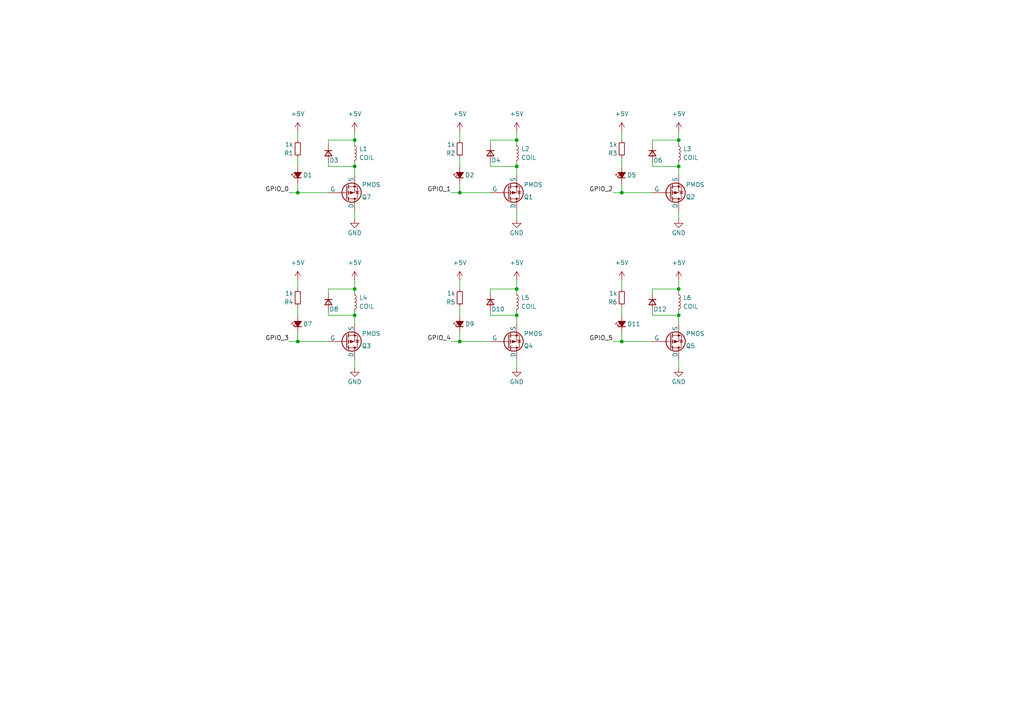
<source format=kicad_sch>
(kicad_sch (version 20231120) (generator "eeschema") (generator_version "8.0")
  (paper "A4")
  (lib_symbols
    (symbol "Device:D_Small" (pin_numbers hide) (pin_names (offset 0.254) hide)
      (property "Reference" "D" (at -1.27 2.032 0))
      (property "Value" "D_Small" (at -3.81 -2.032 0))
      (symbol "D_Small_0_1"
        (polyline (pts (xy -0.762 -1.016) (xy -0.762 1.016)) (stroke (width 0.254)))
        (polyline (pts (xy -0.762 0) (xy 0.762 0)))
        (polyline (pts (xy 0.762 -1.016) (xy -0.762 0) (xy 0.762 1.016) (xy 0.762 -1.016)) (stroke (width 0.254)))
      )
      (symbol "D_Small_1_1"
        (pin passive line (at -2.54 0 0) (length 1.778) (name "K") (number "1"))
        (pin passive line (at 2.54 0 180) (length 1.778) (name "A") (number "2"))
      )
    )
    (symbol "Device:LED_Small_Filled" (pin_numbers hide) (pin_names (offset 0.254) hide)
      (property "Reference" "D" (at -1.27 3.175 0))
      (property "Value" "LED_Small_Filled" (at -4.445 -2.54 0))
      (symbol "LED_Small_Filled_0_1"
        (polyline (pts (xy -0.762 -1.016) (xy -0.762 1.016)) (stroke (width 0.254)))
        (polyline (pts (xy 1.016 0) (xy -0.762 0)))
        (polyline (pts (xy 0.762 -1.016) (xy -0.762 0) (xy 0.762 1.016) (xy 0.762 -1.016)) (stroke (width 0.254)) (fill (type outline)))
        (polyline (pts (xy 0 0.762) (xy -0.508 1.27) (xy -0.254 1.27) (xy -0.508 1.27) (xy -0.508 1.016)))
        (polyline (pts (xy 0.508 1.27) (xy 0 1.778) (xy 0.254 1.778) (xy 0 1.778) (xy 0 1.524)))
      )
      (symbol "LED_Small_Filled_1_1"
        (pin passive line (at -2.54 0 0) (length 1.778) (name "K") (number "1"))
        (pin passive line (at 2.54 0 180) (length 1.778) (name "A") (number "2"))
      )
    )
    (symbol "Device:L_Small" (pin_numbers hide) (pin_names (offset 0.254) hide)
      (property "Reference" "L" (at 0.762 1.016 0))
      (property "Value" "L_Small" (at 0.762 -1.016 0))
      (symbol "L_Small_0_1"
        (arc (start 0 -2.032) (mid 0.5058 -1.524) (end 0 -1.016))
        (arc (start 0 -1.016) (mid 0.5058 -0.508) (end 0 0))
        (arc (start 0 0) (mid 0.5058 0.508) (end 0 1.016))
        (arc (start 0 1.016) (mid 0.5058 1.524) (end 0 2.032))
      )
      (symbol "L_Small_1_1"
        (pin passive line (at 0 2.54 270) (length 0.508) (name "~") (number "1"))
        (pin passive line (at 0 -2.54 90) (length 0.508) (name "~") (number "2"))
      )
    )
    (symbol "Device:R_Small" (pin_numbers hide) (pin_names (offset 0.254) hide)
      (property "Reference" "R" (at 0.762 0.508 0))
      (property "Value" "R_Small" (at 0.762 -1.016 0))
      (symbol "R_Small_0_1"
        (rectangle (start -0.762 1.778) (end 0.762 -1.778) (stroke (width 0.2032)))
      )
      (symbol "R_Small_1_1"
        (pin passive line (at 0 2.54 270) (length 0.762) (name "~") (number "1"))
        (pin passive line (at 0 -2.54 90) (length 0.762) (name "~") (number "2"))
      )
    )
    (symbol "Simulation_SPICE:PMOS" (pin_numbers hide) (pin_names (offset 0))
      (property "Reference" "Q" (at 5.08 1.27 0))
      (property "Value" "PMOS" (at 5.08 -1.27 0))
      (symbol "PMOS_0_1"
        (polyline (pts (xy 0.254 0) (xy -2.54 0)))
        (polyline (pts (xy 0.254 1.905) (xy 0.254 -1.905)) (stroke (width 0.254)))
        (polyline (pts (xy 0.762 -1.27) (xy 0.762 -2.286)) (stroke (width 0.254)))
        (polyline (pts (xy 0.762 0.508) (xy 0.762 -0.508)) (stroke (width 0.254)))
        (polyline (pts (xy 0.762 2.286) (xy 0.762 1.27)) (stroke (width 0.254)))
        (polyline (pts (xy 2.54 2.54) (xy 2.54 1.778)))
        (polyline (pts (xy 2.54 -2.54) (xy 2.54 0) (xy 0.762 0)))
        (polyline (pts (xy 0.762 1.778) (xy 3.302 1.778) (xy 3.302 -1.778) (xy 0.762 -1.778)))
        (polyline (pts (xy 2.286 0) (xy 1.27 0.381) (xy 1.27 -0.381) (xy 2.286 0)) (fill (type outline)))
        (polyline (pts (xy 2.794 -0.508) (xy 2.921 -0.381) (xy 3.683 -0.381) (xy 3.81 -0.254)))
        (polyline (pts (xy 3.302 -0.381) (xy 2.921 0.254) (xy 3.683 0.254) (xy 3.302 -0.381)))
        (circle (center 1.651 0) (radius 2.794) (stroke (width 0.254)))
        (circle (center 2.54 -1.778) (radius 0.254) (fill (type outline)))
        (circle (center 2.54 1.778) (radius 0.254) (fill (type outline)))
      )
      (symbol "PMOS_1_1"
        (pin passive line (at 2.54 5.08 270) (length 2.54) (name "D") (number "1"))
        (pin input line (at -5.08 0 0) (length 2.54) (name "G") (number "2"))
        (pin passive line (at 2.54 -5.08 90) (length 2.54) (name "S") (number "3"))
      )
    )
    (symbol "power:+5V" (power) (pin_numbers hide) (pin_names (offset 0) hide)
      (property "Value" "+5V" (at 0 3.556 0))
      (symbol "+5V_0_1"
        (polyline (pts (xy -0.762 1.27) (xy 0 2.54)))
        (polyline (pts (xy 0 0) (xy 0 2.54)))
        (polyline (pts (xy 0 2.54) (xy 0.762 1.27)))
      )
      (symbol "+5V_1_1"
        (pin power_in line (at 0 0 90) (length 0) (name "~") (number "1"))
      )
    )
    (symbol "power:GND" (power) (pin_numbers hide) (pin_names (offset 0) hide)
      (property "Value" "GND" (at 0 -3.81 0))
      (symbol "GND_0_1"
        (polyline (pts (xy 0 0) (xy 0 -1.27) (xy 1.27 -1.27) (xy 0 -2.54) (xy -1.27 -1.27) (xy 0 -1.27)))
      )
      (symbol "GND_1_1"
        (pin power_in line (at 0 0 270) (length 0) (name "~") (number "1"))
      )
    )
  )
  (junction (at 180.34 55.88))
  (junction (at 149.86 48.26))
  (junction (at 102.87 83.82))
  (junction (at 149.86 91.44))
  (junction (at 86.36 99.06))
  (junction (at 133.35 99.06))
  (junction (at 196.85 91.44))
  (junction (at 133.35 55.88))
  (junction (at 102.87 91.44))
  (junction (at 180.34 99.06))
  (junction (at 102.87 40.64))
  (junction (at 196.85 83.82))
  (junction (at 86.36 55.88))
  (junction (at 102.87 48.26))
  (junction (at 149.86 83.82))
  (junction (at 196.85 48.26))
  (junction (at 196.85 40.64))
  (junction (at 149.86 40.64))
  (wire (pts (xy 95.25 91.44) (xy 102.87 91.44)))
  (wire (pts (xy 189.23 83.82) (xy 196.85 83.82)))
  (wire (pts (xy 142.24 90.17) (xy 142.24 91.44)))
  (wire (pts (xy 130.81 99.06) (xy 133.35 99.06)))
  (wire (pts (xy 149.86 60.96) (xy 149.86 63.5)))
  (wire (pts (xy 102.87 60.96) (xy 102.87 63.5)))
  (wire (pts (xy 95.25 48.26) (xy 102.87 48.26)))
  (wire (pts (xy 189.23 91.44) (xy 196.85 91.44)))
  (wire (pts (xy 142.24 40.64) (xy 142.24 41.91)))
  (wire (pts (xy 133.35 96.52) (xy 133.35 99.06)))
  (wire (pts (xy 86.36 53.34) (xy 86.36 55.88)))
  (wire (pts (xy 102.87 40.64) (xy 102.87 41.91)))
  (wire (pts (xy 102.87 48.26) (xy 102.87 50.8)))
  (wire (pts (xy 196.85 104.14) (xy 196.85 106.68)))
  (wire (pts (xy 102.87 91.44) (xy 102.87 93.98)))
  (wire (pts (xy 95.25 90.17) (xy 95.25 91.44)))
  (wire (pts (xy 133.35 99.06) (xy 142.24 99.06)))
  (wire (pts (xy 102.87 104.14) (xy 102.87 106.68)))
  (wire (pts (xy 102.87 83.82) (xy 102.87 85.09)))
  (wire (pts (xy 133.35 53.34) (xy 133.35 55.88)))
  (wire (pts (xy 142.24 83.82) (xy 142.24 85.09)))
  (wire (pts (xy 180.34 38.1) (xy 180.34 40.64)))
  (wire (pts (xy 189.23 40.64) (xy 189.23 41.91)))
  (wire (pts (xy 196.85 60.96) (xy 196.85 63.5)))
  (wire (pts (xy 180.34 53.34) (xy 180.34 55.88)))
  (wire (pts (xy 102.87 90.17) (xy 102.87 91.44)))
  (wire (pts (xy 196.85 40.64) (xy 196.85 41.91)))
  (wire (pts (xy 177.8 99.06) (xy 180.34 99.06)))
  (wire (pts (xy 102.87 38.1) (xy 102.87 40.64)))
  (wire (pts (xy 86.36 48.26) (xy 86.36 45.72)))
  (wire (pts (xy 86.36 91.44) (xy 86.36 88.9)))
  (wire (pts (xy 189.23 48.26) (xy 196.85 48.26)))
  (wire (pts (xy 86.36 81.28) (xy 86.36 83.82)))
  (wire (pts (xy 177.8 55.88) (xy 180.34 55.88)))
  (wire (pts (xy 133.35 91.44) (xy 133.35 88.9)))
  (wire (pts (xy 180.34 48.26) (xy 180.34 45.72)))
  (wire (pts (xy 142.24 40.64) (xy 149.86 40.64)))
  (wire (pts (xy 196.85 91.44) (xy 196.85 93.98)))
  (wire (pts (xy 149.86 48.26) (xy 149.86 50.8)))
  (wire (pts (xy 133.35 48.26) (xy 133.35 45.72)))
  (wire (pts (xy 149.86 90.17) (xy 149.86 91.44)))
  (wire (pts (xy 149.86 104.14) (xy 149.86 106.68)))
  (wire (pts (xy 149.86 91.44) (xy 149.86 93.98)))
  (wire (pts (xy 189.23 83.82) (xy 189.23 85.09)))
  (wire (pts (xy 149.86 38.1) (xy 149.86 40.64)))
  (wire (pts (xy 142.24 46.99) (xy 142.24 48.26)))
  (wire (pts (xy 189.23 90.17) (xy 189.23 91.44)))
  (wire (pts (xy 83.82 99.06) (xy 86.36 99.06)))
  (wire (pts (xy 130.81 55.88) (xy 133.35 55.88)))
  (wire (pts (xy 133.35 38.1) (xy 133.35 40.64)))
  (wire (pts (xy 95.25 83.82) (xy 102.87 83.82)))
  (wire (pts (xy 95.25 46.99) (xy 95.25 48.26)))
  (wire (pts (xy 196.85 90.17) (xy 196.85 91.44)))
  (wire (pts (xy 149.86 46.99) (xy 149.86 48.26)))
  (wire (pts (xy 86.36 38.1) (xy 86.36 40.64)))
  (wire (pts (xy 196.85 46.99) (xy 196.85 48.26)))
  (wire (pts (xy 180.34 91.44) (xy 180.34 88.9)))
  (wire (pts (xy 196.85 81.28) (xy 196.85 83.82)))
  (wire (pts (xy 133.35 55.88) (xy 142.24 55.88)))
  (wire (pts (xy 95.25 40.64) (xy 102.87 40.64)))
  (wire (pts (xy 196.85 48.26) (xy 196.85 50.8)))
  (wire (pts (xy 102.87 81.28) (xy 102.87 83.82)))
  (wire (pts (xy 180.34 99.06) (xy 189.23 99.06)))
  (wire (pts (xy 189.23 46.99) (xy 189.23 48.26)))
  (wire (pts (xy 196.85 83.82) (xy 196.85 85.09)))
  (wire (pts (xy 142.24 83.82) (xy 149.86 83.82)))
  (wire (pts (xy 180.34 55.88) (xy 189.23 55.88)))
  (wire (pts (xy 189.23 40.64) (xy 196.85 40.64)))
  (wire (pts (xy 180.34 96.52) (xy 180.34 99.06)))
  (wire (pts (xy 149.86 83.82) (xy 149.86 85.09)))
  (wire (pts (xy 86.36 96.52) (xy 86.36 99.06)))
  (wire (pts (xy 180.34 81.28) (xy 180.34 83.82)))
  (wire (pts (xy 142.24 48.26) (xy 149.86 48.26)))
  (wire (pts (xy 196.85 38.1) (xy 196.85 40.64)))
  (wire (pts (xy 95.25 40.64) (xy 95.25 41.91)))
  (wire (pts (xy 83.82 55.88) (xy 86.36 55.88)))
  (wire (pts (xy 142.24 91.44) (xy 149.86 91.44)))
  (wire (pts (xy 86.36 99.06) (xy 95.25 99.06)))
  (wire (pts (xy 86.36 55.88) (xy 95.25 55.88)))
  (wire (pts (xy 102.87 46.99) (xy 102.87 48.26)))
  (wire (pts (xy 149.86 40.64) (xy 149.86 41.91)))
  (wire (pts (xy 95.25 83.82) (xy 95.25 85.09)))
  (wire (pts (xy 133.35 81.28) (xy 133.35 83.82)))
  (wire (pts (xy 149.86 81.28) (xy 149.86 83.82)))
  (label "GPIO_1" (at 130.81 55.88 180))
  (label "GPIO_4" (at 130.81 99.06 180))
  (label "GPIO_0" (at 83.82 55.88 180))
  (label "GPIO_5" (at 177.8 99.06 180))
  (label "GPIO_2" (at 177.8 55.88 180))
  (label "GPIO_3" (at 83.82 99.06 180))
  (symbol (lib_id "Device:R_Small") (at 86.36 43.18 180) (unit 1)
    (property "Reference" "R1" (at 85.09 44.45 0) (effects (justify left)))
    (property "Value" "1k" (at 85.09 41.91 0) (effects (justify left)))
    (property "Description" "Resistor, small symbol" (effects (hide yes)))
  )
  (symbol (lib_id "Device:L_Small") (at 196.85 87.63 0) (unit 1)
    (property "Reference" "L6" (at 198.12 86.3599 0) (effects (justify left)))
    (property "Value" "COIL" (at 198.12 88.8999 0) (effects (justify left)))
    (property "Description" "Inductor, small symbol" (effects (hide yes)))
  )
  (symbol (lib_id "Device:D_Small") (at 142.24 87.63 270) (unit 1)
    (property "Reference" "D10" (at 142.494 89.662 90) (effects (justify left)))
    (property "Value" "D_Small" (effects (hide yes)))
    (property "Description" "Diode, small symbol" (effects (hide yes)))
    (property "Sim.Device" "D" (effects (hide yes)))
    (property "Sim.Pins" "1=K 2=A" (effects (hide yes)))
  )
  (symbol (lib_id "Device:LED_Small_Filled") (at 180.34 93.98 90) (unit 1)
    (property "Reference" "D11" (at 181.864 93.98 90) (effects (justify right)))
    (property "Value" "LED_Small_Filled" (effects (hide yes)))
    (property "Description" "Light emitting diode, small symbol, filled shape" (effects (hide yes)))
  )
  (symbol (lib_id "Simulation_SPICE:PMOS") (at 194.31 99.06 0) (mirror x) (unit 1)
    (property "Reference" "Q5" (at 198.882 100.33 0) (effects (justify left)))
    (property "Value" "PMOS" (at 198.882 96.774 0) (effects (justify left)))
    (property "Datasheet" "https://ngspice.sourceforge.io/docs/ngspice-html-manual/manual.xhtml#cha_MOSFETs" (effects (hide yes)))
    (property "Description" "P-MOSFET transistor, drain/source/gate" (effects (hide yes)))
    (property "Sim.Device" "PMOS" (effects (hide yes)))
    (property "Sim.Type" "VDMOS" (effects (hide yes)))
    (property "Sim.Pins" "1=D 2=G 3=S" (effects (hide yes)))
  )
  (symbol (lib_id "power:GND") (at 102.87 63.5 0) (unit 1)
    (property "Reference" "#PWR02" (effects (hide yes)))
    (property "Value" "GND" (at 102.87 67.564 0))
    (property "Description" "Power symbol creates a global label with name \"GND\" , ground" (effects (hide yes)))
  )
  (symbol (lib_id "power:GND") (at 149.86 63.5 0) (unit 1)
    (property "Reference" "#PWR05" (effects (hide yes)))
    (property "Value" "GND" (at 149.86 67.564 0))
    (property "Description" "Power symbol creates a global label with name \"GND\" , ground" (effects (hide yes)))
  )
  (symbol (lib_id "Device:D_Small") (at 95.25 87.63 270) (unit 1)
    (property "Reference" "D8" (at 95.504 89.662 90) (effects (justify left)))
    (property "Value" "D_Small" (effects (hide yes)))
    (property "Description" "Diode, small symbol" (effects (hide yes)))
    (property "Sim.Device" "D" (effects (hide yes)))
    (property "Sim.Pins" "1=K 2=A" (effects (hide yes)))
  )
  (symbol (lib_id "power:+5V") (at 133.35 38.1 0) (unit 1)
    (property "Reference" "#PWR03" (effects (hide yes)))
    (property "Value" "+5V" (at 133.35 33.02 0))
    (property "Description" "Power symbol creates a global label with name \"+5V\"" (effects (hide yes)))
  )
  (symbol (lib_id "power:+5V") (at 149.86 81.28 0) (unit 1)
    (property "Reference" "#PWR014" (effects (hide yes)))
    (property "Value" "+5V" (at 149.86 76.2 0))
    (property "Description" "Power symbol creates a global label with name \"+5V\"" (effects (hide yes)))
  )
  (symbol (lib_id "power:GND") (at 149.86 106.68 0) (unit 1)
    (property "Reference" "#PWR015" (effects (hide yes)))
    (property "Value" "GND" (at 149.86 110.744 0))
    (property "Description" "Power symbol creates a global label with name \"GND\" , ground" (effects (hide yes)))
  )
  (symbol (lib_id "Device:LED_Small_Filled") (at 133.35 50.8 90) (unit 1)
    (property "Reference" "D2" (at 134.874 50.8 90) (effects (justify right)))
    (property "Value" "LED_Small_Filled" (effects (hide yes)))
    (property "Description" "Light emitting diode, small symbol, filled shape" (effects (hide yes)))
  )
  (symbol (lib_id "Device:D_Small") (at 189.23 44.45 270) (unit 1)
    (property "Reference" "D6" (at 189.484 46.482 90) (effects (justify left)))
    (property "Value" "D_Small" (effects (hide yes)))
    (property "Description" "Diode, small symbol" (effects (hide yes)))
    (property "Sim.Device" "D" (effects (hide yes)))
    (property "Sim.Pins" "1=K 2=A" (effects (hide yes)))
  )
  (symbol (lib_id "power:GND") (at 102.87 106.68 0) (unit 1)
    (property "Reference" "#PWR011" (effects (hide yes)))
    (property "Value" "GND" (at 102.87 110.744 0))
    (property "Description" "Power symbol creates a global label with name \"GND\" , ground" (effects (hide yes)))
  )
  (symbol (lib_id "Device:R_Small") (at 133.35 86.36 180) (unit 1)
    (property "Reference" "R5" (at 132.08 87.63 0) (effects (justify left)))
    (property "Value" "1k" (at 132.08 85.09 0) (effects (justify left)))
    (property "Description" "Resistor, small symbol" (effects (hide yes)))
  )
  (symbol (lib_id "Device:LED_Small_Filled") (at 86.36 50.8 90) (unit 1)
    (property "Reference" "D1" (at 87.884 50.8 90) (effects (justify right)))
    (property "Value" "LED_Small_Filled" (effects (hide yes)))
    (property "Description" "Light emitting diode, small symbol, filled shape" (effects (hide yes)))
  )
  (symbol (lib_id "power:GND") (at 196.85 106.68 0) (unit 1)
    (property "Reference" "#PWR018" (effects (hide yes)))
    (property "Value" "GND" (at 196.85 110.744 0))
    (property "Description" "Power symbol creates a global label with name \"GND\" , ground" (effects (hide yes)))
  )
  (symbol (lib_id "Device:L_Small") (at 102.87 44.45 0) (unit 1)
    (property "Reference" "L1" (at 104.14 43.1799 0) (effects (justify left)))
    (property "Value" "COIL" (at 104.14 45.7199 0) (effects (justify left)))
    (property "Description" "Inductor, small symbol" (effects (hide yes)))
  )
  (symbol (lib_id "Device:LED_Small_Filled") (at 180.34 50.8 90) (unit 1)
    (property "Reference" "D5" (at 181.864 50.8 90) (effects (justify right)))
    (property "Value" "LED_Small_Filled" (effects (hide yes)))
    (property "Description" "Light emitting diode, small symbol, filled shape" (effects (hide yes)))
  )
  (symbol (lib_id "Device:D_Small") (at 189.23 87.63 270) (unit 1)
    (property "Reference" "D12" (at 189.484 89.662 90) (effects (justify left)))
    (property "Value" "D_Small" (effects (hide yes)))
    (property "Description" "Diode, small symbol" (effects (hide yes)))
    (property "Sim.Device" "D" (effects (hide yes)))
    (property "Sim.Pins" "1=K 2=A" (effects (hide yes)))
  )
  (symbol (lib_id "Device:R_Small") (at 180.34 43.18 180) (unit 1)
    (property "Reference" "R3" (at 179.07 44.45 0) (effects (justify left)))
    (property "Value" "1k" (at 179.07 41.91 0) (effects (justify left)))
    (property "Description" "Resistor, small symbol" (effects (hide yes)))
  )
  (symbol (lib_id "Device:L_Small") (at 149.86 44.45 0) (unit 1)
    (property "Reference" "L2" (at 151.13 43.1799 0) (effects (justify left)))
    (property "Value" "COIL" (at 151.13 45.7199 0) (effects (justify left)))
    (property "Description" "Inductor, small symbol" (effects (hide yes)))
  )
  (symbol (lib_id "Device:D_Small") (at 142.24 44.45 270) (unit 1)
    (property "Reference" "D4" (at 142.494 46.482 90) (effects (justify left)))
    (property "Value" "D_Small" (effects (hide yes)))
    (property "Description" "Diode, small symbol" (effects (hide yes)))
    (property "Sim.Device" "D" (effects (hide yes)))
    (property "Sim.Pins" "1=K 2=A" (effects (hide yes)))
  )
  (symbol (lib_id "power:+5V") (at 133.35 81.28 0) (unit 1)
    (property "Reference" "#PWR012" (effects (hide yes)))
    (property "Value" "+5V" (at 133.35 76.2 0))
    (property "Description" "Power symbol creates a global label with name \"+5V\"" (effects (hide yes)))
  )
  (symbol (lib_id "power:GND") (at 196.85 63.5 0) (unit 1)
    (property "Reference" "#PWR08" (effects (hide yes)))
    (property "Value" "GND" (at 196.85 67.564 0))
    (property "Description" "Power symbol creates a global label with name \"GND\" , ground" (effects (hide yes)))
  )
  (symbol (lib_id "Simulation_SPICE:PMOS") (at 147.32 55.88 0) (mirror x) (unit 1)
    (property "Reference" "Q1" (at 151.892 57.15 0) (effects (justify left)))
    (property "Value" "PMOS" (at 151.892 53.594 0) (effects (justify left)))
    (property "Datasheet" "https://ngspice.sourceforge.io/docs/ngspice-html-manual/manual.xhtml#cha_MOSFETs" (effects (hide yes)))
    (property "Description" "P-MOSFET transistor, drain/source/gate" (effects (hide yes)))
    (property "Sim.Device" "PMOS" (effects (hide yes)))
    (property "Sim.Type" "VDMOS" (effects (hide yes)))
    (property "Sim.Pins" "1=D 2=G 3=S" (effects (hide yes)))
  )
  (symbol (lib_id "Simulation_SPICE:PMOS") (at 100.33 99.06 0) (mirror x) (unit 1)
    (property "Reference" "Q3" (at 104.902 100.33 0) (effects (justify left)))
    (property "Value" "PMOS" (at 104.902 96.774 0) (effects (justify left)))
    (property "Datasheet" "https://ngspice.sourceforge.io/docs/ngspice-html-manual/manual.xhtml#cha_MOSFETs" (effects (hide yes)))
    (property "Description" "P-MOSFET transistor, drain/source/gate" (effects (hide yes)))
    (property "Sim.Device" "PMOS" (effects (hide yes)))
    (property "Sim.Type" "VDMOS" (effects (hide yes)))
    (property "Sim.Pins" "1=D 2=G 3=S" (effects (hide yes)))
  )
  (symbol (lib_id "Device:LED_Small_Filled") (at 86.36 93.98 90) (unit 1)
    (property "Reference" "D7" (at 87.884 93.98 90) (effects (justify right)))
    (property "Value" "LED_Small_Filled" (effects (hide yes)))
    (property "Description" "Light emitting diode, small symbol, filled shape" (effects (hide yes)))
  )
  (symbol (lib_id "power:+5V") (at 86.36 81.28 0) (unit 1)
    (property "Reference" "#PWR09" (effects (hide yes)))
    (property "Value" "+5V" (at 86.36 76.2 0))
    (property "Description" "Power symbol creates a global label with name \"+5V\"" (effects (hide yes)))
  )
  (symbol (lib_id "Device:R_Small") (at 86.36 86.36 180) (unit 1)
    (property "Reference" "R4" (at 85.09 87.63 0) (effects (justify left)))
    (property "Value" "1k" (at 85.09 85.09 0) (effects (justify left)))
    (property "Description" "Resistor, small symbol" (effects (hide yes)))
  )
  (symbol (lib_id "power:+5V") (at 149.86 38.1 0) (unit 1)
    (property "Reference" "#PWR04" (effects (hide yes)))
    (property "Value" "+5V" (at 149.86 33.02 0))
    (property "Description" "Power symbol creates a global label with name \"+5V\"" (effects (hide yes)))
  )
  (symbol (lib_id "Device:D_Small") (at 95.25 44.45 270) (unit 1)
    (property "Reference" "D3" (at 95.504 46.482 90) (effects (justify left)))
    (property "Value" "D_Small" (effects (hide yes)))
    (property "Description" "Diode, small symbol" (effects (hide yes)))
    (property "Sim.Device" "D" (effects (hide yes)))
    (property "Sim.Pins" "1=K 2=A" (effects (hide yes)))
  )
  (symbol (lib_id "power:+5V") (at 86.36 38.1 0) (unit 1)
    (property "Reference" "#PWR013" (effects (hide yes)))
    (property "Value" "+5V" (at 86.36 33.02 0))
    (property "Description" "Power symbol creates a global label with name \"+5V\"" (effects (hide yes)))
  )
  (symbol (lib_id "Device:R_Small") (at 180.34 86.36 180) (unit 1)
    (property "Reference" "R6" (at 179.07 87.63 0) (effects (justify left)))
    (property "Value" "1k" (at 179.07 85.09 0) (effects (justify left)))
    (property "Description" "Resistor, small symbol" (effects (hide yes)))
  )
  (symbol (lib_id "Simulation_SPICE:PMOS") (at 100.33 55.88 0) (mirror x) (unit 1)
    (property "Reference" "Q7" (at 104.902 57.15 0) (effects (justify left)))
    (property "Value" "PMOS" (at 104.902 53.594 0) (effects (justify left)))
    (property "Datasheet" "https://ngspice.sourceforge.io/docs/ngspice-html-manual/manual.xhtml#cha_MOSFETs" (effects (hide yes)))
    (property "Description" "P-MOSFET transistor, drain/source/gate" (effects (hide yes)))
    (property "Sim.Device" "PMOS" (effects (hide yes)))
    (property "Sim.Type" "VDMOS" (effects (hide yes)))
    (property "Sim.Pins" "1=D 2=G 3=S" (effects (hide yes)))
  )
  (symbol (lib_id "power:+5V") (at 102.87 81.28 0) (unit 1)
    (property "Reference" "#PWR010" (effects (hide yes)))
    (property "Value" "+5V" (at 102.87 76.2 0))
    (property "Description" "Power symbol creates a global label with name \"+5V\"" (effects (hide yes)))
  )
  (symbol (lib_id "power:+5V") (at 180.34 38.1 0) (unit 1)
    (property "Reference" "#PWR06" (effects (hide yes)))
    (property "Value" "+5V" (at 180.34 33.02 0))
    (property "Description" "Power symbol creates a global label with name \"+5V\"" (effects (hide yes)))
  )
  (symbol (lib_id "Device:L_Small") (at 102.87 87.63 0) (unit 1)
    (property "Reference" "L4" (at 104.14 86.3599 0) (effects (justify left)))
    (property "Value" "COIL" (at 104.14 88.8999 0) (effects (justify left)))
    (property "Description" "Inductor, small symbol" (effects (hide yes)))
  )
  (symbol (lib_id "power:+5V") (at 102.87 38.1 0) (unit 1)
    (property "Reference" "#PWR01" (effects (hide yes)))
    (property "Value" "+5V" (at 102.87 33.02 0))
    (property "Description" "Power symbol creates a global label with name \"+5V\"" (effects (hide yes)))
  )
  (symbol (lib_id "Device:LED_Small_Filled") (at 133.35 93.98 90) (unit 1)
    (property "Reference" "D9" (at 134.874 93.98 90) (effects (justify right)))
    (property "Value" "LED_Small_Filled" (effects (hide yes)))
    (property "Description" "Light emitting diode, small symbol, filled shape" (effects (hide yes)))
  )
  (symbol (lib_id "Device:L_Small") (at 196.85 44.45 0) (unit 1)
    (property "Reference" "L3" (at 198.12 43.1799 0) (effects (justify left)))
    (property "Value" "COIL" (at 198.12 45.7199 0) (effects (justify left)))
    (property "Description" "Inductor, small symbol" (effects (hide yes)))
  )
  (symbol (lib_id "Device:R_Small") (at 133.35 43.18 180) (unit 1)
    (property "Reference" "R2" (at 132.08 44.45 0) (effects (justify left)))
    (property "Value" "1k" (at 132.08 41.91 0) (effects (justify left)))
    (property "Description" "Resistor, small symbol" (effects (hide yes)))
  )
  (symbol (lib_id "Simulation_SPICE:PMOS") (at 147.32 99.06 0) (mirror x) (unit 1)
    (property "Reference" "Q4" (at 151.892 100.33 0) (effects (justify left)))
    (property "Value" "PMOS" (at 151.892 96.774 0) (effects (justify left)))
    (property "Datasheet" "https://ngspice.sourceforge.io/docs/ngspice-html-manual/manual.xhtml#cha_MOSFETs" (effects (hide yes)))
    (property "Description" "P-MOSFET transistor, drain/source/gate" (effects (hide yes)))
    (property "Sim.Device" "PMOS" (effects (hide yes)))
    (property "Sim.Type" "VDMOS" (effects (hide yes)))
    (property "Sim.Pins" "1=D 2=G 3=S" (effects (hide yes)))
  )
  (symbol (lib_id "power:+5V") (at 180.34 81.28 0) (unit 1)
    (property "Reference" "#PWR016" (effects (hide yes)))
    (property "Value" "+5V" (at 180.34 76.2 0))
    (property "Description" "Power symbol creates a global label with name \"+5V\"" (effects (hide yes)))
  )
  (symbol (lib_id "Device:L_Small") (at 149.86 87.63 0) (unit 1)
    (property "Reference" "L5" (at 151.13 86.3599 0) (effects (justify left)))
    (property "Value" "COIL" (at 151.13 88.8999 0) (effects (justify left)))
    (property "Description" "Inductor, small symbol" (effects (hide yes)))
  )
  (symbol (lib_id "Simulation_SPICE:PMOS") (at 194.31 55.88 0) (mirror x) (unit 1)
    (property "Reference" "Q2" (at 198.882 57.15 0) (effects (justify left)))
    (property "Value" "PMOS" (at 198.882 53.594 0) (effects (justify left)))
    (property "Datasheet" "https://ngspice.sourceforge.io/docs/ngspice-html-manual/manual.xhtml#cha_MOSFETs" (effects (hide yes)))
    (property "Description" "P-MOSFET transistor, drain/source/gate" (effects (hide yes)))
    (property "Sim.Device" "PMOS" (effects (hide yes)))
    (property "Sim.Type" "VDMOS" (effects (hide yes)))
    (property "Sim.Pins" "1=D 2=G 3=S" (effects (hide yes)))
  )
  (symbol (lib_id "power:+5V") (at 196.85 81.28 0) (unit 1)
    (property "Reference" "#PWR017" (effects (hide yes)))
    (property "Value" "+5V" (at 196.85 76.2 0))
    (property "Description" "Power symbol creates a global label with name \"+5V\"" (effects (hide yes)))
  )
  (symbol (lib_id "power:+5V") (at 196.85 38.1 0) (unit 1)
    (property "Reference" "#PWR07" (effects (hide yes)))
    (property "Value" "+5V" (at 196.85 33.02 0))
    (property "Description" "Power symbol creates a global label with name \"+5V\"" (effects (hide yes)))
  )
)
</source>
